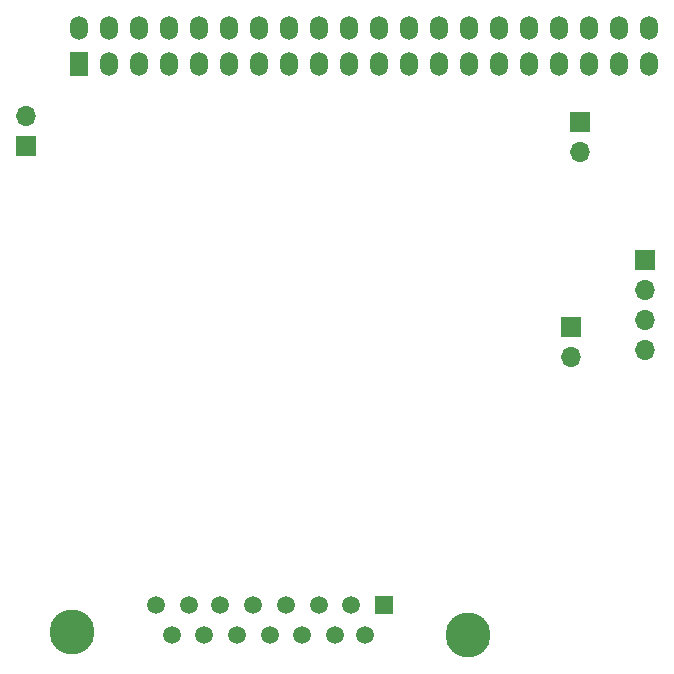
<source format=gbr>
G04 #@! TF.FileFunction,Soldermask,Bot*
%FSLAX46Y46*%
G04 Gerber Fmt 4.6, Leading zero omitted, Abs format (unit mm)*
G04 Created by KiCad (PCBNEW 4.0.7-e1-6374~58~ubuntu16.04.1) date Tue Aug 22 17:37:57 2017*
%MOMM*%
%LPD*%
G01*
G04 APERTURE LIST*
%ADD10C,0.100000*%
%ADD11R,1.700000X1.700000*%
%ADD12O,1.700000X1.700000*%
%ADD13R,1.524000X1.998980*%
%ADD14O,1.524000X1.998980*%
%ADD15C,3.810000*%
%ADD16R,1.520000X1.520000*%
%ADD17C,1.520000*%
G04 APERTURE END LIST*
D10*
D11*
X155723850Y-81375708D03*
D12*
X155723850Y-83915708D03*
D11*
X154910000Y-98710000D03*
D12*
X154910000Y-101250000D03*
D13*
X113270000Y-76418920D03*
D14*
X113270000Y-73381080D03*
X115810000Y-76418920D03*
X115810000Y-73381080D03*
X118350000Y-76418920D03*
X118350000Y-73381080D03*
X120890000Y-76418920D03*
X120890000Y-73381080D03*
X123430000Y-76418920D03*
X123430000Y-73381080D03*
X125970000Y-76418920D03*
X125970000Y-73381080D03*
X128510000Y-76418920D03*
X128510000Y-73381080D03*
X131050000Y-76418920D03*
X131050000Y-73381080D03*
X133590000Y-76418920D03*
X133590000Y-73381080D03*
X136130000Y-76418920D03*
X136130000Y-73381080D03*
X138670000Y-76418920D03*
X138670000Y-73381080D03*
X141210000Y-76418920D03*
X141210000Y-73381080D03*
X143750000Y-76418920D03*
X143750000Y-73381080D03*
X146290000Y-76418920D03*
X146290000Y-73381080D03*
X148830000Y-76418920D03*
X148830000Y-73381080D03*
X151370000Y-76418920D03*
X151370000Y-73381080D03*
X153910000Y-76418920D03*
X153910000Y-73381080D03*
X156450000Y-76418920D03*
X156450000Y-73381080D03*
X158990000Y-76418920D03*
X158990000Y-73381080D03*
X161530000Y-76418920D03*
X161530000Y-73381080D03*
D11*
X108800000Y-83365000D03*
D12*
X108800000Y-80825000D03*
D11*
X161222294Y-93018216D03*
D12*
X161222294Y-95558216D03*
X161222294Y-98098216D03*
X161222294Y-100638216D03*
D15*
X112670000Y-124570000D03*
X146200000Y-124820000D03*
D16*
X139090000Y-122280000D03*
D17*
X136300000Y-122280000D03*
X133630000Y-122280000D03*
X130840000Y-122280000D03*
X128040000Y-122280000D03*
X125250000Y-122280000D03*
X122580000Y-122280000D03*
X119790000Y-122280000D03*
X137520000Y-124820000D03*
X134980000Y-124820000D03*
X132180000Y-124820000D03*
X129440000Y-124820000D03*
X126690000Y-124820000D03*
X123900000Y-124820000D03*
X121160000Y-124820000D03*
M02*

</source>
